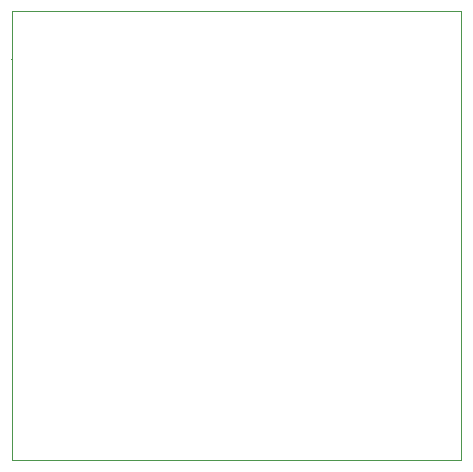
<source format=gbr>
%TF.GenerationSoftware,KiCad,Pcbnew,8.0.8*%
%TF.CreationDate,2025-01-29T17:06:01+00:00*%
%TF.ProjectId,ec30_3x3_l_mh_0.1,65633330-5f33-4783-935f-6c5f6d685f30,v0.1*%
%TF.SameCoordinates,PX8d24d00PY36d6160*%
%TF.FileFunction,Other,User*%
%FSLAX46Y46*%
G04 Gerber Fmt 4.6, Leading zero omitted, Abs format (unit mm)*
G04 Created by KiCad (PCBNEW 8.0.8) date 2025-01-29 17:06:01*
%MOMM*%
%LPD*%
G01*
G04 APERTURE LIST*
%ADD10C,0.100000*%
%ADD11C,0.130000*%
%ADD12C,0.120000*%
%ADD13C,0.110000*%
G04 APERTURE END LIST*
D10*
X-19000000Y19000000D02*
X19000000Y19000000D01*
X19000000Y-19000000D01*
X-19000000Y-19000000D01*
X-19000000Y19000000D01*
D11*
%TO.C,GS1*%
X-19000000Y15000000D02*
X-19000000Y15000000D01*
D12*
%TO.C,GS2*%
X19000000Y-15000000D02*
X19000000Y-15000000D01*
D13*
%TO.C,GS3*%
X-15000000Y-19000000D02*
X-15000000Y-19000000D01*
%TD*%
M02*

</source>
